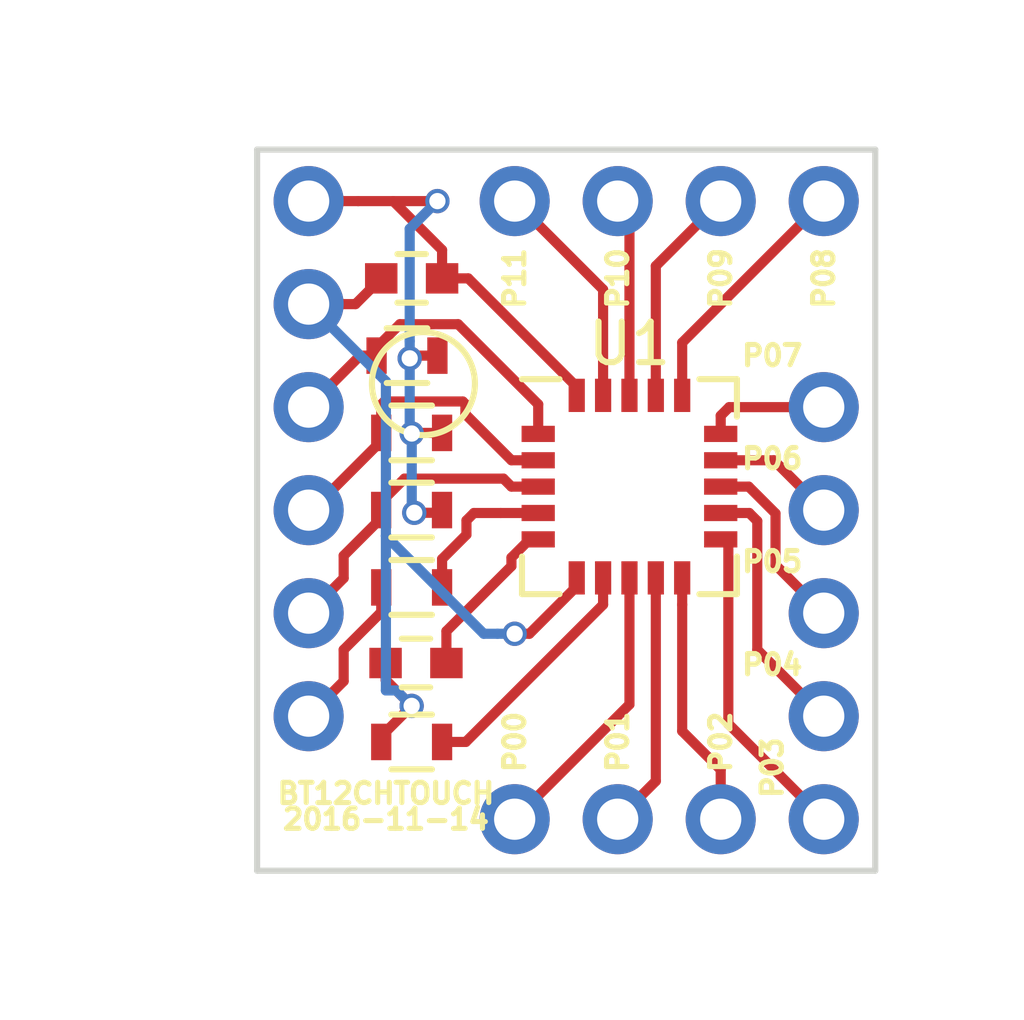
<source format=kicad_pcb>
(kicad_pcb (version 4) (host pcbnew 4.0.4-stable)

  (general
    (links 31)
    (no_connects 0)
    (area 140.894999 72.314999 156.285001 90.245001)
    (thickness 1.6)
    (drawings 6)
    (tracks 123)
    (zones 0)
    (modules 26)
    (nets 22)
  )

  (page A4)
  (layers
    (0 F.Cu signal)
    (31 B.Cu signal)
    (32 B.Adhes user)
    (33 F.Adhes user)
    (34 B.Paste user)
    (35 F.Paste user)
    (36 B.SilkS user)
    (37 F.SilkS user)
    (38 B.Mask user)
    (39 F.Mask user)
    (40 Dwgs.User user)
    (41 Cmts.User user)
    (42 Eco1.User user)
    (43 Eco2.User user)
    (44 Edge.Cuts user)
    (45 Margin user)
    (46 B.CrtYd user)
    (47 F.CrtYd user)
    (48 B.Fab user)
    (49 F.Fab user)
  )

  (setup
    (last_trace_width 0.25)
    (trace_clearance 0.2)
    (zone_clearance 0.508)
    (zone_45_only no)
    (trace_min 0.2)
    (segment_width 0.2)
    (edge_width 0.15)
    (via_size 0.6)
    (via_drill 0.4)
    (via_min_size 0.4)
    (via_min_drill 0.3)
    (uvia_size 0.3)
    (uvia_drill 0.1)
    (uvias_allowed no)
    (uvia_min_size 0.2)
    (uvia_min_drill 0.1)
    (pcb_text_width 0.3)
    (pcb_text_size 1.5 1.5)
    (mod_edge_width 0.15)
    (mod_text_size 1 1)
    (mod_text_width 0.15)
    (pad_size 1.524 1.524)
    (pad_drill 0.762)
    (pad_to_mask_clearance 0.2)
    (aux_axis_origin 0 0)
    (visible_elements 7FFEFFFF)
    (pcbplotparams
      (layerselection 0x010fc_80000001)
      (usegerberextensions true)
      (excludeedgelayer true)
      (linewidth 0.100000)
      (plotframeref false)
      (viasonmask false)
      (mode 1)
      (useauxorigin false)
      (hpglpennumber 1)
      (hpglpenspeed 20)
      (hpglpendiameter 15)
      (hpglpenoverlay 2)
      (psnegative false)
      (psa4output false)
      (plotreference true)
      (plotvalue true)
      (plotinvisibletext false)
      (padsonsilk false)
      (subtractmaskfromsilk false)
      (outputformat 1)
      (mirror false)
      (drillshape 0)
      (scaleselection 1)
      (outputdirectory gerber))
  )

  (net 0 "")
  (net 1 +3V3)
  (net 2 GND)
  (net 3 "Net-(R3-Pad2)")
  (net 4 "Net-(R4-Pad1)")
  (net 5 "Net-(ADDR1-Pad1)")
  (net 6 "Net-(C1-Pad1)")
  (net 7 /Touchpad12CHI2C/IRQ)
  (net 8 /Touchpad12CHI2C/P00)
  (net 9 /Touchpad12CHI2C/P01)
  (net 10 /Touchpad12CHI2C/P02)
  (net 11 /Touchpad12CHI2C/P03)
  (net 12 /Touchpad12CHI2C/P04)
  (net 13 /Touchpad12CHI2C/P05)
  (net 14 /Touchpad12CHI2C/P06)
  (net 15 /Touchpad12CHI2C/P07)
  (net 16 /Touchpad12CHI2C/P08)
  (net 17 /Touchpad12CHI2C/P09)
  (net 18 /Touchpad12CHI2C/P10)
  (net 19 /Touchpad12CHI2C/P11)
  (net 20 /Touchpad12CHI2C/SDA)
  (net 21 /Touchpad12CHI2C/SCL)

  (net_class Default "This is the default net class."
    (clearance 0.2)
    (trace_width 0.25)
    (via_dia 0.6)
    (via_drill 0.4)
    (uvia_dia 0.3)
    (uvia_drill 0.1)
    (add_net +3V3)
    (add_net /Touchpad12CHI2C/IRQ)
    (add_net /Touchpad12CHI2C/P00)
    (add_net /Touchpad12CHI2C/P01)
    (add_net /Touchpad12CHI2C/P02)
    (add_net /Touchpad12CHI2C/P03)
    (add_net /Touchpad12CHI2C/P04)
    (add_net /Touchpad12CHI2C/P05)
    (add_net /Touchpad12CHI2C/P06)
    (add_net /Touchpad12CHI2C/P07)
    (add_net /Touchpad12CHI2C/P08)
    (add_net /Touchpad12CHI2C/P09)
    (add_net /Touchpad12CHI2C/P10)
    (add_net /Touchpad12CHI2C/P11)
    (add_net /Touchpad12CHI2C/SCL)
    (add_net /Touchpad12CHI2C/SDA)
    (add_net GND)
    (add_net "Net-(ADDR1-Pad1)")
    (add_net "Net-(C1-Pad1)")
    (add_net "Net-(R3-Pad2)")
    (add_net "Net-(R4-Pad1)")
  )

  (module Resistors_SMD:R_0603 (layer F.Cu) (tedit 582A1124) (tstamp 5829DD8D)
    (at 144.665 77.47 180)
    (descr "Resistor SMD 0603, reflow soldering, Vishay (see dcrcw.pdf)")
    (tags "resistor 0603")
    (path /582A39A6/5829D4CE)
    (attr smd)
    (fp_text reference R1 (at 0 0 180) (layer F.Fab)
      (effects (font (size 1 1) (thickness 0.15)))
    )
    (fp_text value 10K (at 0 1.9 180) (layer F.Fab)
      (effects (font (size 1 1) (thickness 0.15)))
    )
    (fp_line (start -1.3 -0.8) (end 1.3 -0.8) (layer F.CrtYd) (width 0.05))
    (fp_line (start -1.3 0.8) (end 1.3 0.8) (layer F.CrtYd) (width 0.05))
    (fp_line (start -1.3 -0.8) (end -1.3 0.8) (layer F.CrtYd) (width 0.05))
    (fp_line (start 1.3 -0.8) (end 1.3 0.8) (layer F.CrtYd) (width 0.05))
    (fp_line (start 0.5 0.675) (end -0.5 0.675) (layer F.SilkS) (width 0.15))
    (fp_line (start -0.5 -0.675) (end 0.5 -0.675) (layer F.SilkS) (width 0.15))
    (pad 1 smd rect (at -0.75 0 180) (size 0.5 0.9) (layers F.Cu F.Paste F.Mask)
      (net 1 +3V3))
    (pad 2 smd rect (at 0.75 0 180) (size 0.5 0.9) (layers F.Cu F.Paste F.Mask)
      (net 7 /Touchpad12CHI2C/IRQ))
    (model Resistors_SMD.3dshapes/R_0603.wrl
      (at (xyz 0 0 0))
      (scale (xyz 1 1 1))
      (rotate (xyz 0 0 0))
    )
  )

  (module Liberry:QFN-20-1EP_3x3mm_Pitch0.65mm (layer F.Cu) (tedit 58264377) (tstamp 58266402)
    (at 150.15 80.7)
    (descr "20-Lead Plastic Quad Flat, No Lead Package (MQ) - 5x5x0.9 mm Body [QFN]; (see Microchip Packaging Specification 00000049BS.pdf)")
    (tags "QFN 0.65")
    (path /582A39A6/582A343B)
    (attr smd)
    (fp_text reference U1 (at 0 -3.525) (layer F.SilkS)
      (effects (font (size 1 1) (thickness 0.15)))
    )
    (fp_text value MPR121QR2 (at 0 3.525) (layer F.Fab)
      (effects (font (size 1 1) (thickness 0.15)))
    )
    (fp_circle (center -5.08 -2.54) (end -3.81 -2.54) (layer F.SilkS) (width 0.15))
    (fp_line (start -1.5 -2.5) (end 2.5 -2.5) (layer F.Fab) (width 0.15))
    (fp_line (start 2.5 -2.5) (end 2.5 2.5) (layer F.Fab) (width 0.15))
    (fp_line (start 2.5 2.5) (end -2.5 2.5) (layer F.Fab) (width 0.15))
    (fp_line (start -2.5 2.5) (end -2.5 -1.5) (layer F.Fab) (width 0.15))
    (fp_line (start -2.5 -1.5) (end -1.5 -2.5) (layer F.Fab) (width 0.15))
    (fp_line (start -2.8 -2.8) (end -2.8 2.8) (layer F.CrtYd) (width 0.05))
    (fp_line (start 2.8 -2.8) (end 2.8 2.8) (layer F.CrtYd) (width 0.05))
    (fp_line (start -2.8 -2.8) (end 2.8 -2.8) (layer F.CrtYd) (width 0.05))
    (fp_line (start -2.8 2.8) (end 2.8 2.8) (layer F.CrtYd) (width 0.05))
    (fp_line (start 2.65 -2.65) (end 2.65 -1.725) (layer F.SilkS) (width 0.15))
    (fp_line (start -2.65 2.65) (end -2.65 1.725) (layer F.SilkS) (width 0.15))
    (fp_line (start 2.65 2.65) (end 2.65 1.725) (layer F.SilkS) (width 0.15))
    (fp_line (start -2.65 -2.65) (end -1.725 -2.65) (layer F.SilkS) (width 0.15))
    (fp_line (start -2.65 2.65) (end -1.725 2.65) (layer F.SilkS) (width 0.15))
    (fp_line (start 2.65 2.65) (end 1.725 2.65) (layer F.SilkS) (width 0.15))
    (fp_line (start 2.65 -2.65) (end 1.725 -2.65) (layer F.SilkS) (width 0.15))
    (pad 1 smd rect (at -2.25 -1.3) (size 0.82 0.4) (layers F.Cu F.Paste F.Mask)
      (net 7 /Touchpad12CHI2C/IRQ))
    (pad 2 smd rect (at -2.25 -0.65) (size 0.82 0.4) (layers F.Cu F.Paste F.Mask)
      (net 21 /Touchpad12CHI2C/SCL))
    (pad 3 smd rect (at -2.25 0) (size 0.82 0.4) (layers F.Cu F.Paste F.Mask)
      (net 20 /Touchpad12CHI2C/SDA))
    (pad 4 smd rect (at -2.25 0.65) (size 0.82 0.4) (layers F.Cu F.Paste F.Mask)
      (net 3 "Net-(R3-Pad2)"))
    (pad 5 smd rect (at -2.25 1.3) (size 0.82 0.4) (layers F.Cu F.Paste F.Mask)
      (net 6 "Net-(C1-Pad1)"))
    (pad 6 smd rect (at -1.3 2.25 90) (size 0.82 0.4) (layers F.Cu F.Paste F.Mask)
      (net 2 GND))
    (pad 7 smd rect (at -0.65 2.25 90) (size 0.82 0.4) (layers F.Cu F.Paste F.Mask)
      (net 4 "Net-(R4-Pad1)"))
    (pad 8 smd rect (at 0 2.25 90) (size 0.82 0.4) (layers F.Cu F.Paste F.Mask)
      (net 8 /Touchpad12CHI2C/P00))
    (pad 9 smd rect (at 0.65 2.25 90) (size 0.82 0.4) (layers F.Cu F.Paste F.Mask)
      (net 9 /Touchpad12CHI2C/P01))
    (pad 10 smd rect (at 1.3 2.25 90) (size 0.82 0.4) (layers F.Cu F.Paste F.Mask)
      (net 10 /Touchpad12CHI2C/P02))
    (pad 11 smd rect (at 2.25 1.3) (size 0.82 0.4) (layers F.Cu F.Paste F.Mask)
      (net 11 /Touchpad12CHI2C/P03))
    (pad 12 smd rect (at 2.25 0.65) (size 0.82 0.4) (layers F.Cu F.Paste F.Mask)
      (net 12 /Touchpad12CHI2C/P04))
    (pad 13 smd rect (at 2.25 0) (size 0.82 0.4) (layers F.Cu F.Paste F.Mask)
      (net 13 /Touchpad12CHI2C/P05))
    (pad 14 smd rect (at 2.25 -0.65) (size 0.82 0.4) (layers F.Cu F.Paste F.Mask)
      (net 14 /Touchpad12CHI2C/P06))
    (pad 15 smd rect (at 2.25 -1.3) (size 0.82 0.4) (layers F.Cu F.Paste F.Mask)
      (net 15 /Touchpad12CHI2C/P07))
    (pad 16 smd rect (at 1.3 -2.25 90) (size 0.82 0.4) (layers F.Cu F.Paste F.Mask)
      (net 16 /Touchpad12CHI2C/P08))
    (pad 17 smd rect (at 0.65 -2.25 90) (size 0.82 0.4) (layers F.Cu F.Paste F.Mask)
      (net 17 /Touchpad12CHI2C/P09))
    (pad 18 smd rect (at 0 -2.25 90) (size 0.82 0.4) (layers F.Cu F.Paste F.Mask)
      (net 18 /Touchpad12CHI2C/P10))
    (pad 19 smd rect (at -0.65 -2.25 90) (size 0.82 0.4) (layers F.Cu F.Paste F.Mask)
      (net 19 /Touchpad12CHI2C/P11))
    (pad 20 smd rect (at -1.3 -2.25 90) (size 0.82 0.4) (layers F.Cu F.Paste F.Mask)
      (net 1 +3V3))
    (model Housings_DFN_QFN.3dshapes/QFN-20-1EP_5x5mm_Pitch0.65mm.wrl
      (at (xyz 0 0 0))
      (scale (xyz 1 1 1))
      (rotate (xyz 0 0 0))
    )
  )

  (module Resistors_SMD:R_0603 (layer F.Cu) (tedit 582A1116) (tstamp 5829DD99)
    (at 144.78 83.185)
    (descr "Resistor SMD 0603, reflow soldering, Vishay (see dcrcw.pdf)")
    (tags "resistor 0603")
    (path /582A39A6/5829D974)
    (attr smd)
    (fp_text reference R3 (at 0 0) (layer F.Fab)
      (effects (font (size 1 1) (thickness 0.15)))
    )
    (fp_text value 100K (at 0 1.9) (layer F.Fab)
      (effects (font (size 1 1) (thickness 0.15)))
    )
    (fp_line (start -1.3 -0.8) (end 1.3 -0.8) (layer F.CrtYd) (width 0.05))
    (fp_line (start -1.3 0.8) (end 1.3 0.8) (layer F.CrtYd) (width 0.05))
    (fp_line (start -1.3 -0.8) (end -1.3 0.8) (layer F.CrtYd) (width 0.05))
    (fp_line (start 1.3 -0.8) (end 1.3 0.8) (layer F.CrtYd) (width 0.05))
    (fp_line (start 0.5 0.675) (end -0.5 0.675) (layer F.SilkS) (width 0.15))
    (fp_line (start -0.5 -0.675) (end 0.5 -0.675) (layer F.SilkS) (width 0.15))
    (pad 1 smd rect (at -0.75 0) (size 0.5 0.9) (layers F.Cu F.Paste F.Mask)
      (net 5 "Net-(ADDR1-Pad1)"))
    (pad 2 smd rect (at 0.75 0) (size 0.5 0.9) (layers F.Cu F.Paste F.Mask)
      (net 3 "Net-(R3-Pad2)"))
    (model Resistors_SMD.3dshapes/R_0603.wrl
      (at (xyz 0 0 0))
      (scale (xyz 1 1 1))
      (rotate (xyz 0 0 0))
    )
  )

  (module Resistors_SMD:R_0603 (layer F.Cu) (tedit 582A1107) (tstamp 5829DDA5)
    (at 144.78 86.995 180)
    (descr "Resistor SMD 0603, reflow soldering, Vishay (see dcrcw.pdf)")
    (tags "resistor 0603")
    (path /582A39A6/5829D998)
    (attr smd)
    (fp_text reference R4 (at 0 0 180) (layer F.Fab)
      (effects (font (size 1 1) (thickness 0.15)))
    )
    (fp_text value 75K (at 0 1.9 180) (layer F.Fab)
      (effects (font (size 1 1) (thickness 0.15)))
    )
    (fp_line (start -1.3 -0.8) (end 1.3 -0.8) (layer F.CrtYd) (width 0.05))
    (fp_line (start -1.3 0.8) (end 1.3 0.8) (layer F.CrtYd) (width 0.05))
    (fp_line (start -1.3 -0.8) (end -1.3 0.8) (layer F.CrtYd) (width 0.05))
    (fp_line (start 1.3 -0.8) (end 1.3 0.8) (layer F.CrtYd) (width 0.05))
    (fp_line (start 0.5 0.675) (end -0.5 0.675) (layer F.SilkS) (width 0.15))
    (fp_line (start -0.5 -0.675) (end 0.5 -0.675) (layer F.SilkS) (width 0.15))
    (pad 1 smd rect (at -0.75 0 180) (size 0.5 0.9) (layers F.Cu F.Paste F.Mask)
      (net 4 "Net-(R4-Pad1)"))
    (pad 2 smd rect (at 0.75 0 180) (size 0.5 0.9) (layers F.Cu F.Paste F.Mask)
      (net 2 GND))
    (model Resistors_SMD.3dshapes/R_0603.wrl
      (at (xyz 0 0 0))
      (scale (xyz 1 1 1))
      (rotate (xyz 0 0 0))
    )
  )

  (module Resistors_SMD:R_0603 (layer F.Cu) (tedit 582A111A) (tstamp 5829E383)
    (at 144.77816 81.27746 180)
    (descr "Resistor SMD 0603, reflow soldering, Vishay (see dcrcw.pdf)")
    (tags "resistor 0603")
    (path /582A39A6/5829F973)
    (attr smd)
    (fp_text reference R2 (at -0.00184 -0.00254 180) (layer F.Fab)
      (effects (font (size 1 1) (thickness 0.15)))
    )
    (fp_text value 10K (at 0 1.9 180) (layer F.Fab)
      (effects (font (size 1 1) (thickness 0.15)))
    )
    (fp_line (start -1.3 -0.8) (end 1.3 -0.8) (layer F.CrtYd) (width 0.05))
    (fp_line (start -1.3 0.8) (end 1.3 0.8) (layer F.CrtYd) (width 0.05))
    (fp_line (start -1.3 -0.8) (end -1.3 0.8) (layer F.CrtYd) (width 0.05))
    (fp_line (start 1.3 -0.8) (end 1.3 0.8) (layer F.CrtYd) (width 0.05))
    (fp_line (start 0.5 0.675) (end -0.5 0.675) (layer F.SilkS) (width 0.15))
    (fp_line (start -0.5 -0.675) (end 0.5 -0.675) (layer F.SilkS) (width 0.15))
    (pad 1 smd rect (at -0.75 0 180) (size 0.5 0.9) (layers F.Cu F.Paste F.Mask)
      (net 1 +3V3))
    (pad 2 smd rect (at 0.75 0 180) (size 0.5 0.9) (layers F.Cu F.Paste F.Mask)
      (net 20 /Touchpad12CHI2C/SDA))
    (model Resistors_SMD.3dshapes/R_0603.wrl
      (at (xyz 0 0 0))
      (scale (xyz 1 1 1))
      (rotate (xyz 0 0 0))
    )
  )

  (module Resistors_SMD:R_0603 (layer F.Cu) (tedit 582A111F) (tstamp 5829E38F)
    (at 144.78 79.375 180)
    (descr "Resistor SMD 0603, reflow soldering, Vishay (see dcrcw.pdf)")
    (tags "resistor 0603")
    (path /582A39A6/5829F9B0)
    (attr smd)
    (fp_text reference R5 (at 0 0 180) (layer F.Fab)
      (effects (font (size 1 1) (thickness 0.15)))
    )
    (fp_text value 10K (at 0 1.9 180) (layer F.Fab)
      (effects (font (size 1 1) (thickness 0.15)))
    )
    (fp_line (start -1.3 -0.8) (end 1.3 -0.8) (layer F.CrtYd) (width 0.05))
    (fp_line (start -1.3 0.8) (end 1.3 0.8) (layer F.CrtYd) (width 0.05))
    (fp_line (start -1.3 -0.8) (end -1.3 0.8) (layer F.CrtYd) (width 0.05))
    (fp_line (start 1.3 -0.8) (end 1.3 0.8) (layer F.CrtYd) (width 0.05))
    (fp_line (start 0.5 0.675) (end -0.5 0.675) (layer F.SilkS) (width 0.15))
    (fp_line (start -0.5 -0.675) (end 0.5 -0.675) (layer F.SilkS) (width 0.15))
    (pad 1 smd rect (at -0.75 0 180) (size 0.5 0.9) (layers F.Cu F.Paste F.Mask)
      (net 1 +3V3))
    (pad 2 smd rect (at 0.75 0 180) (size 0.5 0.9) (layers F.Cu F.Paste F.Mask)
      (net 21 /Touchpad12CHI2C/SCL))
    (model Resistors_SMD.3dshapes/R_0603.wrl
      (at (xyz 0 0 0))
      (scale (xyz 1 1 1))
      (rotate (xyz 0 0 0))
    )
  )

  (module Liberry:single_0.1 (layer F.Cu) (tedit 582A10F7) (tstamp 5829EEA8)
    (at 142.24 76.2)
    (descr "10 pins through hole IDC header")
    (tags "IDC header socket VASCH")
    (path /582A39A6/582A3E13)
    (fp_text reference GND1 (at -5.08 0) (layer F.Fab)
      (effects (font (size 1 1) (thickness 0.15)))
    )
    (fp_text value CONN_01X01 (at 0 2.54) (layer F.Fab)
      (effects (font (size 1 1) (thickness 0.15)))
    )
    (pad 1 thru_hole circle (at 0 0) (size 1.7272 1.7272) (drill 1.016) (layers *.Cu *.Mask)
      (net 2 GND))
  )

  (module Liberry:single_0.1 (layer F.Cu) (tedit 582A10FC) (tstamp 5829EF4C)
    (at 142.24 73.66)
    (descr "10 pins through hole IDC header")
    (tags "IDC header socket VASCH")
    (path /582A39A6/5829E47C)
    (fp_text reference +3V3 (at -5.08 0) (layer F.Fab)
      (effects (font (size 1 1) (thickness 0.15)))
    )
    (fp_text value CONN_01X01 (at 0 2.54) (layer F.Fab)
      (effects (font (size 1 1) (thickness 0.15)))
    )
    (pad 1 thru_hole circle (at 0 0) (size 1.7272 1.7272) (drill 1.016) (layers *.Cu *.Mask)
      (net 1 +3V3))
  )

  (module Liberry:single_0.1 (layer F.Cu) (tedit 582A10CD) (tstamp 5829EF50)
    (at 142.24 86.36)
    (descr "10 pins through hole IDC header")
    (tags "IDC header socket VASCH")
    (path /582A39A6/5829EEE2)
    (fp_text reference ADDR1 (at -5.08 0) (layer F.Fab)
      (effects (font (size 1 1) (thickness 0.15)))
    )
    (fp_text value CONN_01X01 (at 0 2.54) (layer F.Fab)
      (effects (font (size 1 1) (thickness 0.15)))
    )
    (pad 1 thru_hole circle (at 0 0) (size 1.7272 1.7272) (drill 1.016) (layers *.Cu *.Mask)
      (net 5 "Net-(ADDR1-Pad1)"))
  )

  (module Liberry:single_0.1 (layer F.Cu) (tedit 582A10F4) (tstamp 5829EF54)
    (at 142.24 78.74)
    (descr "10 pins through hole IDC header")
    (tags "IDC header socket VASCH")
    (path /582A39A6/5829EB47)
    (fp_text reference IRQ1 (at -5.08 0) (layer F.Fab)
      (effects (font (size 1 1) (thickness 0.15)))
    )
    (fp_text value CONN_01X01 (at 0 2.54) (layer F.Fab)
      (effects (font (size 1 1) (thickness 0.15)))
    )
    (pad 1 thru_hole circle (at 0 0) (size 1.7272 1.7272) (drill 1.016) (layers *.Cu *.Mask)
      (net 7 /Touchpad12CHI2C/IRQ))
  )

  (module Liberry:single_0.1 (layer F.Cu) (tedit 582A10EE) (tstamp 5829EF80)
    (at 142.24 81.28)
    (descr "10 pins through hole IDC header")
    (tags "IDC header socket VASCH")
    (path /582A39A6/5829FB10)
    (fp_text reference SCL1 (at -5.08 0) (layer F.Fab)
      (effects (font (size 1 1) (thickness 0.15)))
    )
    (fp_text value CONN_01X01 (at 0 2.54) (layer F.Fab)
      (effects (font (size 1 1) (thickness 0.15)))
    )
    (pad 1 thru_hole circle (at 0 0) (size 1.7272 1.7272) (drill 1.016) (layers *.Cu *.Mask)
      (net 21 /Touchpad12CHI2C/SCL))
  )

  (module Liberry:single_0.1 (layer F.Cu) (tedit 582A10E9) (tstamp 5829EF84)
    (at 142.24 83.82)
    (descr "10 pins through hole IDC header")
    (tags "IDC header socket VASCH")
    (path /582A39A6/5829FB60)
    (fp_text reference SDA1 (at -5.033333 -0.423) (layer F.Fab)
      (effects (font (size 1 1) (thickness 0.15)))
    )
    (fp_text value CONN_01X01 (at 0 2.54) (layer F.Fab)
      (effects (font (size 1 1) (thickness 0.15)))
    )
    (pad 1 thru_hole circle (at 0 0) (size 1.7272 1.7272) (drill 1.016) (layers *.Cu *.Mask)
      (net 20 /Touchpad12CHI2C/SDA))
  )

  (module Capacitors_SMD:C_0603 (layer F.Cu) (tedit 582A1110) (tstamp 5829F1C0)
    (at 144.88666 85.048952 180)
    (descr "Capacitor SMD 0603, reflow soldering, AVX (see smccp.pdf)")
    (tags "capacitor 0603")
    (path /582A39A6/5829DB53)
    (attr smd)
    (fp_text reference C1 (at 0.10666 -0.041048 180) (layer F.Fab)
      (effects (font (size 1 1) (thickness 0.15)))
    )
    (fp_text value 0.1uf (at 0 1.9 180) (layer F.Fab)
      (effects (font (size 1 1) (thickness 0.15)))
    )
    (fp_line (start -0.8 0.4) (end -0.8 -0.4) (layer F.Fab) (width 0.15))
    (fp_line (start 0.8 0.4) (end -0.8 0.4) (layer F.Fab) (width 0.15))
    (fp_line (start 0.8 -0.4) (end 0.8 0.4) (layer F.Fab) (width 0.15))
    (fp_line (start -0.8 -0.4) (end 0.8 -0.4) (layer F.Fab) (width 0.15))
    (fp_line (start -1.45 -0.75) (end 1.45 -0.75) (layer F.CrtYd) (width 0.05))
    (fp_line (start -1.45 0.75) (end 1.45 0.75) (layer F.CrtYd) (width 0.05))
    (fp_line (start -1.45 -0.75) (end -1.45 0.75) (layer F.CrtYd) (width 0.05))
    (fp_line (start 1.45 -0.75) (end 1.45 0.75) (layer F.CrtYd) (width 0.05))
    (fp_line (start -0.35 -0.6) (end 0.35 -0.6) (layer F.SilkS) (width 0.15))
    (fp_line (start 0.35 0.6) (end -0.35 0.6) (layer F.SilkS) (width 0.15))
    (pad 1 smd rect (at -0.75 0 180) (size 0.8 0.75) (layers F.Cu F.Paste F.Mask)
      (net 6 "Net-(C1-Pad1)"))
    (pad 2 smd rect (at 0.75 0 180) (size 0.8 0.75) (layers F.Cu F.Paste F.Mask)
      (net 2 GND))
    (model Capacitors_SMD.3dshapes/C_0603.wrl
      (at (xyz 0 0 0))
      (scale (xyz 1 1 1))
      (rotate (xyz 0 0 0))
    )
  )

  (module Capacitors_SMD:C_0603 (layer F.Cu) (tedit 582A1129) (tstamp 5829F1D0)
    (at 144.78 75.565 180)
    (descr "Capacitor SMD 0603, reflow soldering, AVX (see smccp.pdf)")
    (tags "capacitor 0603")
    (path /582A39A6/5829E05C)
    (attr smd)
    (fp_text reference C2 (at 0 0 180) (layer F.Fab)
      (effects (font (size 1 1) (thickness 0.15)))
    )
    (fp_text value CC0603KRX7R9BB104 (at 0 1.9 180) (layer F.Fab)
      (effects (font (size 1 1) (thickness 0.15)))
    )
    (fp_line (start -0.8 0.4) (end -0.8 -0.4) (layer F.Fab) (width 0.15))
    (fp_line (start 0.8 0.4) (end -0.8 0.4) (layer F.Fab) (width 0.15))
    (fp_line (start 0.8 -0.4) (end 0.8 0.4) (layer F.Fab) (width 0.15))
    (fp_line (start -0.8 -0.4) (end 0.8 -0.4) (layer F.Fab) (width 0.15))
    (fp_line (start -1.45 -0.75) (end 1.45 -0.75) (layer F.CrtYd) (width 0.05))
    (fp_line (start -1.45 0.75) (end 1.45 0.75) (layer F.CrtYd) (width 0.05))
    (fp_line (start -1.45 -0.75) (end -1.45 0.75) (layer F.CrtYd) (width 0.05))
    (fp_line (start 1.45 -0.75) (end 1.45 0.75) (layer F.CrtYd) (width 0.05))
    (fp_line (start -0.35 -0.6) (end 0.35 -0.6) (layer F.SilkS) (width 0.15))
    (fp_line (start 0.35 0.6) (end -0.35 0.6) (layer F.SilkS) (width 0.15))
    (pad 1 smd rect (at -0.75 0 180) (size 0.8 0.75) (layers F.Cu F.Paste F.Mask)
      (net 1 +3V3))
    (pad 2 smd rect (at 0.75 0 180) (size 0.8 0.75) (layers F.Cu F.Paste F.Mask)
      (net 2 GND))
    (model Capacitors_SMD.3dshapes/C_0603.wrl
      (at (xyz 0 0 0))
      (scale (xyz 1 1 1))
      (rotate (xyz 0 0 0))
    )
  )

  (module Liberry:single_0.1 (layer F.Cu) (tedit 5829F5BC) (tstamp 5829F68E)
    (at 147.32 88.9 270)
    (descr "10 pins through hole IDC header")
    (tags "IDC header socket VASCH")
    (path /582A39A6/582A02DA)
    (fp_text reference P00 (at -1.905 0 270) (layer F.SilkS)
      (effects (font (size 0.5 0.5) (thickness 0.125)))
    )
    (fp_text value CONN_01X01 (at 0 2.54 270) (layer F.Fab)
      (effects (font (size 1 1) (thickness 0.15)))
    )
    (pad 1 thru_hole circle (at 0 0 270) (size 1.7272 1.7272) (drill 1.016) (layers *.Cu *.Mask)
      (net 8 /Touchpad12CHI2C/P00))
  )

  (module Liberry:single_0.1 (layer F.Cu) (tedit 5829F5BC) (tstamp 5829F693)
    (at 149.86 88.9 270)
    (descr "10 pins through hole IDC header")
    (tags "IDC header socket VASCH")
    (path /582A39A6/582A0461)
    (fp_text reference P01 (at -1.905 0 270) (layer F.SilkS)
      (effects (font (size 0.5 0.5) (thickness 0.125)))
    )
    (fp_text value CONN_01X01 (at 0 2.54 270) (layer F.Fab)
      (effects (font (size 1 1) (thickness 0.15)))
    )
    (pad 1 thru_hole circle (at 0 0 270) (size 1.7272 1.7272) (drill 1.016) (layers *.Cu *.Mask)
      (net 9 /Touchpad12CHI2C/P01))
  )

  (module Liberry:single_0.1 (layer F.Cu) (tedit 5829F5BC) (tstamp 5829F698)
    (at 152.4 88.9 270)
    (descr "10 pins through hole IDC header")
    (tags "IDC header socket VASCH")
    (path /582A39A6/582A04AA)
    (fp_text reference P02 (at -1.905 0 270) (layer F.SilkS)
      (effects (font (size 0.5 0.5) (thickness 0.125)))
    )
    (fp_text value CONN_01X01 (at 0 2.54 270) (layer F.Fab)
      (effects (font (size 1 1) (thickness 0.15)))
    )
    (pad 1 thru_hole circle (at 0 0 270) (size 1.7272 1.7272) (drill 1.016) (layers *.Cu *.Mask)
      (net 10 /Touchpad12CHI2C/P02))
  )

  (module Liberry:single_0.1 (layer F.Cu) (tedit 5829F5BC) (tstamp 5829F69D)
    (at 154.94 88.9 270)
    (descr "10 pins through hole IDC header")
    (tags "IDC header socket VASCH")
    (path /582A39A6/582A04F2)
    (fp_text reference P03 (at -1.27 1.27 270) (layer F.SilkS)
      (effects (font (size 0.5 0.5) (thickness 0.125)))
    )
    (fp_text value CONN_01X01 (at 0 2.54 270) (layer F.Fab)
      (effects (font (size 1 1) (thickness 0.15)))
    )
    (pad 1 thru_hole circle (at 0 0 270) (size 1.7272 1.7272) (drill 1.016) (layers *.Cu *.Mask)
      (net 11 /Touchpad12CHI2C/P03))
  )

  (module Liberry:single_0.1 (layer F.Cu) (tedit 5829F5BC) (tstamp 5829F6A2)
    (at 154.94 86.36)
    (descr "10 pins through hole IDC header")
    (tags "IDC header socket VASCH")
    (path /582A39A6/582A0539)
    (fp_text reference P04 (at -1.27 -1.27) (layer F.SilkS)
      (effects (font (size 0.5 0.5) (thickness 0.125)))
    )
    (fp_text value CONN_01X01 (at 0 2.54) (layer F.Fab)
      (effects (font (size 1 1) (thickness 0.15)))
    )
    (pad 1 thru_hole circle (at 0 0) (size 1.7272 1.7272) (drill 1.016) (layers *.Cu *.Mask)
      (net 12 /Touchpad12CHI2C/P04))
  )

  (module Liberry:single_0.1 (layer F.Cu) (tedit 5829F5BC) (tstamp 5829F6A7)
    (at 154.94 83.82)
    (descr "10 pins through hole IDC header")
    (tags "IDC header socket VASCH")
    (path /582A39A6/582A058B)
    (fp_text reference P05 (at -1.27 -1.27) (layer F.SilkS)
      (effects (font (size 0.5 0.5) (thickness 0.125)))
    )
    (fp_text value CONN_01X01 (at 0 2.54) (layer F.Fab)
      (effects (font (size 1 1) (thickness 0.15)))
    )
    (pad 1 thru_hole circle (at 0 0) (size 1.7272 1.7272) (drill 1.016) (layers *.Cu *.Mask)
      (net 13 /Touchpad12CHI2C/P05))
  )

  (module Liberry:single_0.1 (layer F.Cu) (tedit 5829F5BC) (tstamp 5829F6AC)
    (at 154.94 81.28)
    (descr "10 pins through hole IDC header")
    (tags "IDC header socket VASCH")
    (path /582A39A6/582A0611)
    (fp_text reference P06 (at -1.27 -1.27) (layer F.SilkS)
      (effects (font (size 0.5 0.5) (thickness 0.125)))
    )
    (fp_text value CONN_01X01 (at 0 2.54) (layer F.Fab)
      (effects (font (size 1 1) (thickness 0.15)))
    )
    (pad 1 thru_hole circle (at 0 0) (size 1.7272 1.7272) (drill 1.016) (layers *.Cu *.Mask)
      (net 14 /Touchpad12CHI2C/P06))
  )

  (module Liberry:single_0.1 (layer F.Cu) (tedit 5829F5BC) (tstamp 5829F6B1)
    (at 154.94 78.74)
    (descr "10 pins through hole IDC header")
    (tags "IDC header socket VASCH")
    (path /582A39A6/582A0665)
    (fp_text reference P07 (at -1.27 -1.27) (layer F.SilkS)
      (effects (font (size 0.5 0.5) (thickness 0.125)))
    )
    (fp_text value CONN_01X01 (at 0 2.54) (layer F.Fab)
      (effects (font (size 1 1) (thickness 0.15)))
    )
    (pad 1 thru_hole circle (at 0 0) (size 1.7272 1.7272) (drill 1.016) (layers *.Cu *.Mask)
      (net 15 /Touchpad12CHI2C/P07))
  )

  (module Liberry:single_0.1 (layer F.Cu) (tedit 5829F5BC) (tstamp 5829F6B6)
    (at 154.94 73.66 90)
    (descr "10 pins through hole IDC header")
    (tags "IDC header socket VASCH")
    (path /582A39A6/582A06BC)
    (fp_text reference P08 (at -1.905 0 90) (layer F.SilkS)
      (effects (font (size 0.5 0.5) (thickness 0.125)))
    )
    (fp_text value CONN_01X01 (at 0 2.54 90) (layer F.Fab)
      (effects (font (size 1 1) (thickness 0.15)))
    )
    (pad 1 thru_hole circle (at 0 0 90) (size 1.7272 1.7272) (drill 1.016) (layers *.Cu *.Mask)
      (net 16 /Touchpad12CHI2C/P08))
  )

  (module Liberry:single_0.1 (layer F.Cu) (tedit 5829F5BC) (tstamp 5829F6BB)
    (at 152.4 73.66 90)
    (descr "10 pins through hole IDC header")
    (tags "IDC header socket VASCH")
    (path /582A39A6/582A0714)
    (fp_text reference P09 (at -1.905 0 90) (layer F.SilkS)
      (effects (font (size 0.5 0.5) (thickness 0.125)))
    )
    (fp_text value CONN_01X01 (at 0 2.54 90) (layer F.Fab)
      (effects (font (size 1 1) (thickness 0.15)))
    )
    (pad 1 thru_hole circle (at 0 0 90) (size 1.7272 1.7272) (drill 1.016) (layers *.Cu *.Mask)
      (net 17 /Touchpad12CHI2C/P09))
  )

  (module Liberry:single_0.1 (layer F.Cu) (tedit 5829F5BC) (tstamp 5829F6C0)
    (at 149.86 73.66 90)
    (descr "10 pins through hole IDC header")
    (tags "IDC header socket VASCH")
    (path /582A39A6/582A076D)
    (fp_text reference P10 (at -1.905 0 90) (layer F.SilkS)
      (effects (font (size 0.5 0.5) (thickness 0.125)))
    )
    (fp_text value CONN_01X01 (at 0 2.54 90) (layer F.Fab)
      (effects (font (size 1 1) (thickness 0.15)))
    )
    (pad 1 thru_hole circle (at 0 0 90) (size 1.7272 1.7272) (drill 1.016) (layers *.Cu *.Mask)
      (net 18 /Touchpad12CHI2C/P10))
  )

  (module Liberry:single_0.1 (layer F.Cu) (tedit 5829F5BC) (tstamp 5829F6C5)
    (at 147.32 73.66 90)
    (descr "10 pins through hole IDC header")
    (tags "IDC header socket VASCH")
    (path /582A39A6/582A07C9)
    (fp_text reference P11 (at -1.905 0 90) (layer F.SilkS)
      (effects (font (size 0.5 0.5) (thickness 0.125)))
    )
    (fp_text value CONN_01X01 (at 0 2.54 90) (layer F.Fab)
      (effects (font (size 1 1) (thickness 0.15)))
    )
    (pad 1 thru_hole circle (at 0 0 90) (size 1.7272 1.7272) (drill 1.016) (layers *.Cu *.Mask)
      (net 19 /Touchpad12CHI2C/P11))
  )

  (gr_text 2016-11-14 (at 144.145 88.9) (layer F.SilkS) (tstamp 582A125B)
    (effects (font (size 0.5 0.5) (thickness 0.125)))
  )
  (gr_text BT12CHTOUCH (at 144.145 88.265) (layer F.SilkS)
    (effects (font (size 0.5 0.5) (thickness 0.125)))
  )
  (gr_line (start 140.97 90.17) (end 140.97 72.39) (layer Edge.Cuts) (width 0.15))
  (gr_line (start 156.21 90.17) (end 140.97 90.17) (layer Edge.Cuts) (width 0.15))
  (gr_line (start 156.21 72.39) (end 156.21 90.17) (layer Edge.Cuts) (width 0.15))
  (gr_line (start 140.97 72.39) (end 156.21 72.39) (layer Edge.Cuts) (width 0.15))

  (segment (start 144.844759 81.344759) (end 145.460861 81.344759) (width 0.25) (layer F.Cu) (net 1))
  (segment (start 145.460861 81.344759) (end 145.52816 81.27746) (width 0.25) (layer F.Cu) (net 1))
  (segment (start 148.85 78.45) (end 148.85 78.24) (width 0.25) (layer F.Cu) (net 1))
  (segment (start 148.85 78.24) (end 146.175 75.565) (width 0.25) (layer F.Cu) (net 1))
  (segment (start 146.175 75.565) (end 145.53 75.565) (width 0.25) (layer F.Cu) (net 1))
  (segment (start 144.782371 81.282371) (end 144.844759 81.344759) (width 0.25) (layer B.Cu) (net 1))
  (segment (start 144.782371 79.390743) (end 144.782371 81.282371) (width 0.25) (layer B.Cu) (net 1))
  (via (at 144.844759 81.344759) (size 0.6) (drill 0.4) (layers F.Cu B.Cu) (net 1))
  (segment (start 145.53 79.375) (end 144.798114 79.375) (width 0.25) (layer F.Cu) (net 1))
  (segment (start 144.73195 77.536948) (end 144.73195 79.340322) (width 0.25) (layer B.Cu) (net 1))
  (segment (start 144.73195 79.340322) (end 144.782371 79.390743) (width 0.25) (layer B.Cu) (net 1))
  (segment (start 144.798114 79.375) (end 144.782371 79.390743) (width 0.25) (layer F.Cu) (net 1))
  (via (at 144.782371 79.390743) (size 0.6) (drill 0.4) (layers F.Cu B.Cu) (net 1))
  (via (at 144.73195 77.536948) (size 0.6) (drill 0.4) (layers F.Cu B.Cu) (net 1))
  (segment (start 145.415 77.47) (end 144.798898 77.47) (width 0.25) (layer F.Cu) (net 1))
  (segment (start 144.798898 77.47) (end 144.73195 77.536948) (width 0.25) (layer F.Cu) (net 1))
  (segment (start 145.415 73.66) (end 144.73195 74.34305) (width 0.25) (layer B.Cu) (net 1))
  (segment (start 144.73195 74.34305) (end 144.73195 77.112684) (width 0.25) (layer B.Cu) (net 1))
  (segment (start 144.73195 77.112684) (end 144.73195 77.536948) (width 0.25) (layer B.Cu) (net 1))
  (segment (start 144.325 73.66) (end 145.415 73.66) (width 0.25) (layer F.Cu) (net 1))
  (via (at 145.415 73.66) (size 0.6) (drill 0.4) (layers F.Cu B.Cu) (net 1))
  (segment (start 145.555 75.565) (end 145.53 75.565) (width 0.25) (layer F.Cu) (net 1))
  (segment (start 145.53 75.565) (end 145.53 74.865) (width 0.25) (layer F.Cu) (net 1))
  (segment (start 145.53 74.865) (end 144.325 73.66) (width 0.25) (layer F.Cu) (net 1))
  (segment (start 143.461314 73.66) (end 142.24 73.66) (width 0.25) (layer F.Cu) (net 1))
  (segment (start 144.325 73.66) (end 143.461314 73.66) (width 0.25) (layer F.Cu) (net 1))
  (segment (start 145.53 75.765) (end 145.53 75.565) (width 0.25) (layer F.Cu) (net 1))
  (segment (start 144.145 81.915) (end 146.558 84.328) (width 0.25) (layer B.Cu) (net 2))
  (segment (start 146.558 84.328) (end 146.895736 84.328) (width 0.25) (layer B.Cu) (net 2))
  (segment (start 146.895736 84.328) (end 147.32 84.328) (width 0.25) (layer B.Cu) (net 2))
  (segment (start 148.85 83.16) (end 147.682 84.328) (width 0.25) (layer F.Cu) (net 2))
  (segment (start 148.85 82.95) (end 148.85 83.16) (width 0.25) (layer F.Cu) (net 2))
  (segment (start 147.682 84.328) (end 147.32 84.328) (width 0.25) (layer F.Cu) (net 2))
  (via (at 147.32 84.328) (size 0.6) (drill 0.4) (layers F.Cu B.Cu) (net 2))
  (segment (start 144.13666 85.048952) (end 144.13666 85.46266) (width 0.25) (layer F.Cu) (net 2))
  (segment (start 144.13666 85.46266) (end 144.78 86.106) (width 0.25) (layer F.Cu) (net 2))
  (segment (start 144.03 86.995) (end 144.03 86.856) (width 0.25) (layer F.Cu) (net 2))
  (segment (start 144.03 86.856) (end 144.78 86.106) (width 0.25) (layer F.Cu) (net 2))
  (segment (start 144.145 85.725) (end 144.399 85.725) (width 0.25) (layer B.Cu) (net 2))
  (segment (start 144.399 85.725) (end 144.78 86.106) (width 0.25) (layer B.Cu) (net 2))
  (segment (start 144.145 81.915) (end 144.145 85.725) (width 0.25) (layer B.Cu) (net 2))
  (via (at 144.78 86.106) (size 0.6) (drill 0.4) (layers F.Cu B.Cu) (net 2))
  (segment (start 144.145 78.105) (end 144.145 81.915) (width 0.25) (layer B.Cu) (net 2))
  (segment (start 142.24 76.2) (end 144.145 78.105) (width 0.25) (layer B.Cu) (net 2))
  (segment (start 142.24 76.2) (end 143.395 76.2) (width 0.25) (layer F.Cu) (net 2))
  (segment (start 143.395 76.2) (end 144.03 75.565) (width 0.25) (layer F.Cu) (net 2))
  (segment (start 144.03 86.795) (end 144.03 86.995) (width 0.25) (layer F.Cu) (net 2))
  (segment (start 146.975 81.35) (end 147.9 81.35) (width 0.25) (layer F.Cu) (net 3))
  (segment (start 146.975 81.35) (end 146.315 81.35) (width 0.25) (layer F.Cu) (net 3))
  (segment (start 146.315 81.35) (end 146.131 81.534) (width 0.25) (layer F.Cu) (net 3))
  (segment (start 146.131 81.534) (end 146.131 81.884) (width 0.25) (layer F.Cu) (net 3))
  (segment (start 146.131 81.884) (end 145.53 82.485) (width 0.25) (layer F.Cu) (net 3))
  (segment (start 145.53 82.485) (end 145.53 83.185) (width 0.25) (layer F.Cu) (net 3))
  (segment (start 145.53 86.995) (end 146.115 86.995) (width 0.25) (layer F.Cu) (net 4))
  (segment (start 146.115 86.995) (end 149.5 83.61) (width 0.25) (layer F.Cu) (net 4))
  (segment (start 149.5 83.61) (end 149.5 82.95) (width 0.25) (layer F.Cu) (net 4))
  (segment (start 144.03 83.836659) (end 143.988951 83.836659) (width 0.25) (layer F.Cu) (net 5))
  (segment (start 143.988951 83.836659) (end 143.103599 84.722011) (width 0.25) (layer F.Cu) (net 5))
  (segment (start 143.103599 84.722011) (end 143.103599 85.496401) (width 0.25) (layer F.Cu) (net 5))
  (segment (start 143.103599 85.496401) (end 142.24 86.36) (width 0.25) (layer F.Cu) (net 5))
  (segment (start 144.03 83.185) (end 144.03 83.836659) (width 0.25) (layer F.Cu) (net 5))
  (segment (start 147.69 82) (end 147.9 82) (width 0.25) (layer F.Cu) (net 6))
  (segment (start 145.63666 84.26334) (end 147.24 82.66) (width 0.25) (layer F.Cu) (net 6))
  (segment (start 147.24 82.45) (end 147.69 82) (width 0.25) (layer F.Cu) (net 6))
  (segment (start 145.63666 85.048952) (end 145.63666 84.26334) (width 0.25) (layer F.Cu) (net 6))
  (segment (start 147.24 82.66) (end 147.24 82.45) (width 0.25) (layer F.Cu) (net 6))
  (segment (start 143.915 77.27) (end 143.915 77.47) (width 0.25) (layer F.Cu) (net 7))
  (segment (start 145.925001 76.694999) (end 144.490001 76.694999) (width 0.25) (layer F.Cu) (net 7))
  (segment (start 147.9 78.669998) (end 145.925001 76.694999) (width 0.25) (layer F.Cu) (net 7))
  (segment (start 144.490001 76.694999) (end 143.915 77.27) (width 0.25) (layer F.Cu) (net 7))
  (segment (start 147.9 79.4) (end 147.9 78.669998) (width 0.25) (layer F.Cu) (net 7))
  (segment (start 143.915 77.47) (end 143.51 77.47) (width 0.25) (layer F.Cu) (net 7))
  (segment (start 143.51 77.47) (end 142.24 78.74) (width 0.25) (layer F.Cu) (net 7))
  (segment (start 147.32 88.9) (end 150.15 86.07) (width 0.25) (layer F.Cu) (net 8))
  (segment (start 150.15 86.07) (end 150.15 82.95) (width 0.25) (layer F.Cu) (net 8))
  (segment (start 149.86 88.9) (end 150.8 87.96) (width 0.25) (layer F.Cu) (net 9))
  (segment (start 150.8 87.96) (end 150.8 82.95) (width 0.25) (layer F.Cu) (net 9))
  (segment (start 152.4 88.9) (end 152.4 87.678686) (width 0.25) (layer F.Cu) (net 10))
  (segment (start 152.4 87.678686) (end 151.45 86.728686) (width 0.25) (layer F.Cu) (net 10))
  (segment (start 151.45 86.728686) (end 151.45 83.61) (width 0.25) (layer F.Cu) (net 10))
  (segment (start 151.45 83.61) (end 151.45 82.95) (width 0.25) (layer F.Cu) (net 10))
  (segment (start 154.94 88.9) (end 152.588 86.548) (width 0.25) (layer F.Cu) (net 11))
  (segment (start 152.588 86.548) (end 152.588 82) (width 0.25) (layer F.Cu) (net 11))
  (segment (start 153.10359 81.35) (end 152.588 81.35) (width 0.25) (layer F.Cu) (net 12))
  (segment (start 153.301388 81.547798) (end 153.10359 81.35) (width 0.25) (layer F.Cu) (net 12))
  (segment (start 153.301388 84.721388) (end 153.301388 81.547798) (width 0.25) (layer F.Cu) (net 12))
  (segment (start 154.94 86.36) (end 153.301388 84.721388) (width 0.25) (layer F.Cu) (net 12))
  (segment (start 153.751399 81.361399) (end 153.09 80.7) (width 0.25) (layer F.Cu) (net 13))
  (segment (start 153.09 80.7) (end 152.4 80.7) (width 0.25) (layer F.Cu) (net 13))
  (segment (start 154.94 83.82) (end 153.751399 82.631399) (width 0.25) (layer F.Cu) (net 13))
  (segment (start 153.751399 82.631399) (end 153.751399 81.361399) (width 0.25) (layer F.Cu) (net 13))
  (segment (start 154.94 81.28) (end 153.71 80.05) (width 0.25) (layer F.Cu) (net 14))
  (segment (start 153.71 80.05) (end 152.4 80.05) (width 0.25) (layer F.Cu) (net 14))
  (segment (start 154.94 78.74) (end 152.61 78.74) (width 0.25) (layer F.Cu) (net 15))
  (segment (start 152.61 78.74) (end 152.4 78.95) (width 0.25) (layer F.Cu) (net 15))
  (segment (start 152.4 78.95) (end 152.4 79.4) (width 0.25) (layer F.Cu) (net 15))
  (segment (start 151.45 78.45) (end 151.45 77.15) (width 0.25) (layer F.Cu) (net 16))
  (segment (start 151.45 77.15) (end 154.94 73.66) (width 0.25) (layer F.Cu) (net 16))
  (segment (start 150.8 78.45) (end 150.8 75.26) (width 0.25) (layer F.Cu) (net 17))
  (segment (start 150.8 75.26) (end 152.4 73.66) (width 0.25) (layer F.Cu) (net 17))
  (segment (start 150.15 78.45) (end 150.15 73.95) (width 0.25) (layer F.Cu) (net 18))
  (segment (start 150.15 73.95) (end 149.86 73.66) (width 0.25) (layer F.Cu) (net 18))
  (segment (start 149.5 78.45) (end 149.5 75.84) (width 0.25) (layer F.Cu) (net 19))
  (segment (start 149.5 75.84) (end 147.32 73.66) (width 0.25) (layer F.Cu) (net 19))
  (segment (start 144.02816 81.27746) (end 144.02816 81.47746) (width 0.25) (layer F.Cu) (net 20))
  (segment (start 144.02816 81.47746) (end 143.103599 82.402021) (width 0.25) (layer F.Cu) (net 20))
  (segment (start 143.103599 82.402021) (end 143.103599 82.956401) (width 0.25) (layer F.Cu) (net 20))
  (segment (start 143.103599 82.956401) (end 142.24 83.82) (width 0.25) (layer F.Cu) (net 20))
  (segment (start 144.603161 80.502459) (end 144.02816 81.07746) (width 0.25) (layer F.Cu) (net 20))
  (segment (start 147.9 80.7) (end 147.24 80.7) (width 0.25) (layer F.Cu) (net 20))
  (segment (start 147.24 80.7) (end 147.042459 80.502459) (width 0.25) (layer F.Cu) (net 20))
  (segment (start 147.042459 80.502459) (end 144.603161 80.502459) (width 0.25) (layer F.Cu) (net 20))
  (segment (start 144.02816 81.07746) (end 144.02816 81.27746) (width 0.25) (layer F.Cu) (net 20))
  (segment (start 144.03 78.675) (end 144.03 79.375) (width 0.25) (layer F.Cu) (net 21))
  (segment (start 144.105001 78.599999) (end 144.03 78.675) (width 0.25) (layer F.Cu) (net 21))
  (segment (start 146.040001 78.599999) (end 144.105001 78.599999) (width 0.25) (layer F.Cu) (net 21))
  (segment (start 146.105001 78.915001) (end 146.105001 78.664999) (width 0.25) (layer F.Cu) (net 21))
  (segment (start 147.24 80.05) (end 146.105001 78.915001) (width 0.25) (layer F.Cu) (net 21))
  (segment (start 147.9 80.05) (end 147.24 80.05) (width 0.25) (layer F.Cu) (net 21))
  (segment (start 146.105001 78.664999) (end 146.040001 78.599999) (width 0.25) (layer F.Cu) (net 21))
  (segment (start 144.03 79.375) (end 144.03 79.575) (width 0.25) (layer F.Cu) (net 21))
  (segment (start 144.03 79.575) (end 142.325 81.28) (width 0.25) (layer F.Cu) (net 21))
  (segment (start 142.325 81.28) (end 142.24 81.28) (width 0.25) (layer F.Cu) (net 21))

)

</source>
